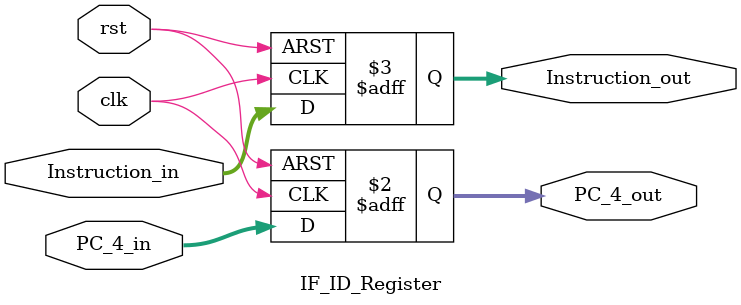
<source format=v>
module IF_ID_Register (PC_4_out, Instruction_out, PC_4_in, Instruction_in, clk, rst);


output [31:0]PC_4_out;
reg [31:0]PC_4_out;
output [31:0]Instruction_out;
reg [31:0]Instruction_out;
input [31:0]PC_4_in;
input [31:0]Instruction_in;
input clk, rst;



always@(posedge clk or posedge rst)
begin
    if(rst)begin
        Instruction_out<=32'd0;
        PC_4_out<=32'd0;
    end
    else begin
        Instruction_out<=Instruction_in;
        PC_4_out<=PC_4_in;
    end
end



endmodule
</source>
